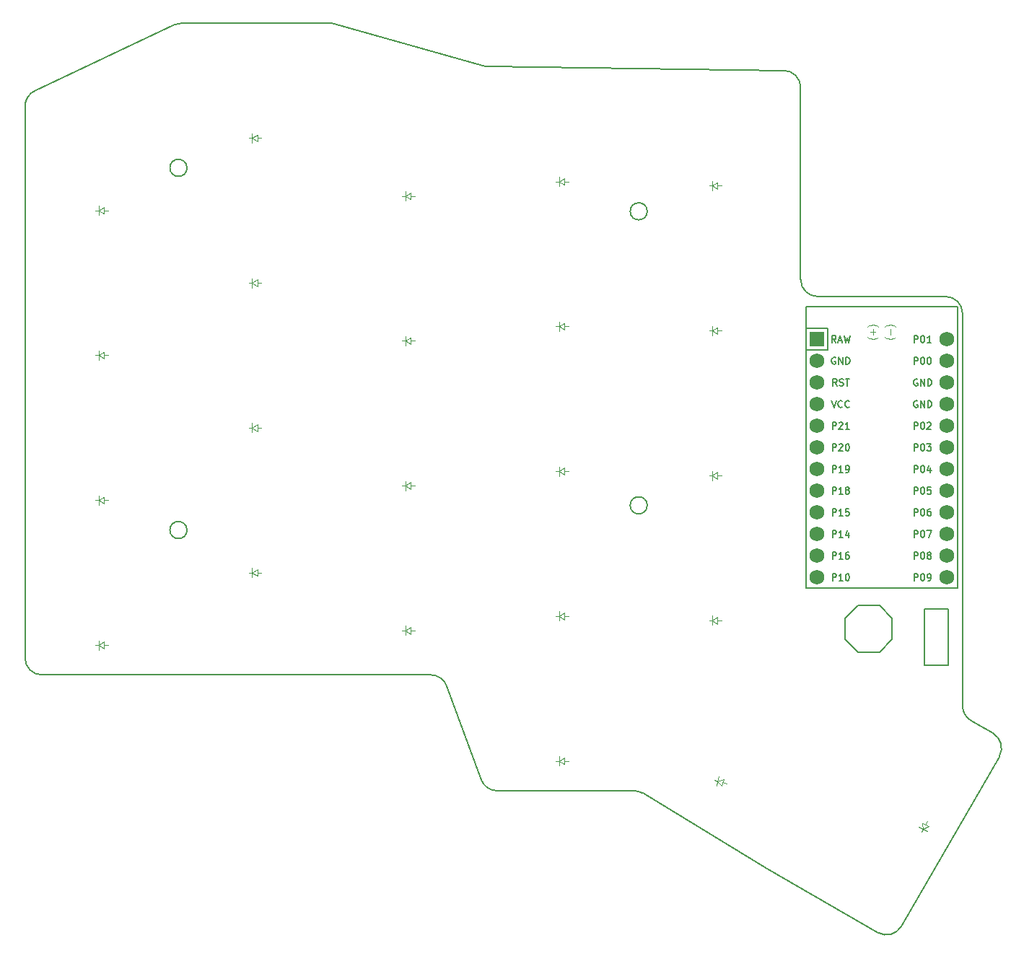
<source format=gbr>
%TF.GenerationSoftware,KiCad,Pcbnew,(6.0.0)*%
%TF.CreationDate,2022-02-05T12:05:09+01:00*%
%TF.ProjectId,samoklava2_pcb,73616d6f-6b6c-4617-9661-325f7063622e,v1.0.0*%
%TF.SameCoordinates,Original*%
%TF.FileFunction,Legend,Top*%
%TF.FilePolarity,Positive*%
%FSLAX46Y46*%
G04 Gerber Fmt 4.6, Leading zero omitted, Abs format (unit mm)*
G04 Created by KiCad (PCBNEW (6.0.0)) date 2022-02-05 12:05:09*
%MOMM*%
%LPD*%
G01*
G04 APERTURE LIST*
%TA.AperFunction,Profile*%
%ADD10C,0.150000*%
%TD*%
%ADD11C,0.150000*%
%ADD12C,0.100000*%
%ADD13R,1.752600X1.752600*%
%ADD14C,1.752600*%
G04 APERTURE END LIST*
D10*
X101000000Y33900000D02*
G75*
G03*
X99000000Y35900000I-1999999J1D01*
G01*
X101000000Y-12141090D02*
G75*
G03*
X102000000Y-13873141I2000000J0D01*
G01*
X-9000000Y-6500000D02*
G75*
G03*
X-7000000Y-8500000I1999999J-1D01*
G01*
X-9000000Y58232663D02*
X-9000000Y-6500000D01*
X8594465Y67808497D02*
X-7854013Y60041161D01*
X44745899Y62971995D02*
X27267341Y67924253D01*
X46395588Y-22100000D02*
X62441218Y-22100000D01*
X80027025Y62426662D02*
X45264080Y62896431D01*
X40481569Y-9809869D02*
X44518431Y-20790131D01*
X78060291Y-31227935D02*
G75*
G03*
X78096935Y-31249615I1031524J1701695D01*
G01*
X-7000000Y-8500000D02*
X38604412Y-8500000D01*
X27267341Y67924253D02*
G75*
G03*
X26722136Y68000000I-545201J-1924212D01*
G01*
X78096934Y-31249614D02*
X91068878Y-38738969D01*
X26722135Y68000000D02*
X9448477Y68000000D01*
X44518431Y-20790131D02*
G75*
G03*
X46395588Y-22100000I1877157J690130D01*
G01*
X10000000Y8500000D02*
G75*
G03*
X10000000Y8500000I-1000000J0D01*
G01*
X63477862Y-22389629D02*
X78060291Y-31227935D01*
X64000000Y11400000D02*
G75*
G03*
X64000000Y11400000I-1000000J0D01*
G01*
X40481569Y-9809869D02*
G75*
G03*
X38604412Y-8500000I-1877157J-690130D01*
G01*
X99000000Y35900000D02*
X84000000Y35900000D01*
X101000000Y-12141090D02*
X101000000Y33900000D01*
X9448477Y68000000D02*
G75*
G03*
X8594464Y67808497I2J-2000006D01*
G01*
X82000000Y37900000D02*
X82000000Y60426844D01*
X10000000Y51000000D02*
G75*
G03*
X10000000Y51000000I-1000000J0D01*
G01*
X-7854013Y60041161D02*
G75*
G03*
X-9000001Y58232663I854012J-1808497D01*
G01*
X93800928Y-38006919D02*
X105300929Y-18088334D01*
X63477862Y-22389629D02*
G75*
G03*
X62441218Y-22100000I-1036646J-1710378D01*
G01*
X64000000Y45900000D02*
G75*
G03*
X64000000Y45900000I-1000000J0D01*
G01*
X105300929Y-18088334D02*
G75*
G03*
X104568878Y-15356283I-1732051J1000000D01*
G01*
X102000000Y-13873141D02*
X104568878Y-15356284D01*
X44745899Y62971995D02*
G75*
G03*
X45264080Y62896431I545202J1924232D01*
G01*
X82000001Y60426844D02*
G75*
G03*
X80027025Y62426661I-2000001J-1D01*
G01*
X91068878Y-38738969D02*
G75*
G03*
X93800928Y-38006919I1000000J1732050D01*
G01*
X82000000Y37900000D02*
G75*
G03*
X84000000Y35900000I1999999J-1D01*
G01*
D11*
%TO.C,MCU1*%
X85728571Y12728095D02*
X85728571Y13528095D01*
X86033333Y13528095D01*
X86109523Y13490000D01*
X86147619Y13451904D01*
X86185714Y13375714D01*
X86185714Y13261428D01*
X86147619Y13185238D01*
X86109523Y13147142D01*
X86033333Y13109047D01*
X85728571Y13109047D01*
X86947619Y12728095D02*
X86490476Y12728095D01*
X86719047Y12728095D02*
X86719047Y13528095D01*
X86642857Y13413809D01*
X86566666Y13337619D01*
X86490476Y13299523D01*
X87404761Y13185238D02*
X87328571Y13223333D01*
X87290476Y13261428D01*
X87252380Y13337619D01*
X87252380Y13375714D01*
X87290476Y13451904D01*
X87328571Y13490000D01*
X87404761Y13528095D01*
X87557142Y13528095D01*
X87633333Y13490000D01*
X87671428Y13451904D01*
X87709523Y13375714D01*
X87709523Y13337619D01*
X87671428Y13261428D01*
X87633333Y13223333D01*
X87557142Y13185238D01*
X87404761Y13185238D01*
X87328571Y13147142D01*
X87290476Y13109047D01*
X87252380Y13032857D01*
X87252380Y12880476D01*
X87290476Y12804285D01*
X87328571Y12766190D01*
X87404761Y12728095D01*
X87557142Y12728095D01*
X87633333Y12766190D01*
X87671428Y12804285D01*
X87709523Y12880476D01*
X87709523Y13032857D01*
X87671428Y13109047D01*
X87633333Y13147142D01*
X87557142Y13185238D01*
X85728571Y15268095D02*
X85728571Y16068095D01*
X86033333Y16068095D01*
X86109523Y16030000D01*
X86147619Y15991904D01*
X86185714Y15915714D01*
X86185714Y15801428D01*
X86147619Y15725238D01*
X86109523Y15687142D01*
X86033333Y15649047D01*
X85728571Y15649047D01*
X86947619Y15268095D02*
X86490476Y15268095D01*
X86719047Y15268095D02*
X86719047Y16068095D01*
X86642857Y15953809D01*
X86566666Y15877619D01*
X86490476Y15839523D01*
X87328571Y15268095D02*
X87480952Y15268095D01*
X87557142Y15306190D01*
X87595238Y15344285D01*
X87671428Y15458571D01*
X87709523Y15610952D01*
X87709523Y15915714D01*
X87671428Y15991904D01*
X87633333Y16030000D01*
X87557142Y16068095D01*
X87404761Y16068095D01*
X87328571Y16030000D01*
X87290476Y15991904D01*
X87252380Y15915714D01*
X87252380Y15725238D01*
X87290476Y15649047D01*
X87328571Y15610952D01*
X87404761Y15572857D01*
X87557142Y15572857D01*
X87633333Y15610952D01*
X87671428Y15649047D01*
X87709523Y15725238D01*
X85728571Y2568095D02*
X85728571Y3368095D01*
X86033333Y3368095D01*
X86109523Y3330000D01*
X86147619Y3291904D01*
X86185714Y3215714D01*
X86185714Y3101428D01*
X86147619Y3025238D01*
X86109523Y2987142D01*
X86033333Y2949047D01*
X85728571Y2949047D01*
X86947619Y2568095D02*
X86490476Y2568095D01*
X86719047Y2568095D02*
X86719047Y3368095D01*
X86642857Y3253809D01*
X86566666Y3177619D01*
X86490476Y3139523D01*
X87442857Y3368095D02*
X87519047Y3368095D01*
X87595238Y3330000D01*
X87633333Y3291904D01*
X87671428Y3215714D01*
X87709523Y3063333D01*
X87709523Y2872857D01*
X87671428Y2720476D01*
X87633333Y2644285D01*
X87595238Y2606190D01*
X87519047Y2568095D01*
X87442857Y2568095D01*
X87366666Y2606190D01*
X87328571Y2644285D01*
X87290476Y2720476D01*
X87252380Y2872857D01*
X87252380Y3063333D01*
X87290476Y3215714D01*
X87328571Y3291904D01*
X87366666Y3330000D01*
X87442857Y3368095D01*
X95328571Y17808095D02*
X95328571Y18608095D01*
X95633333Y18608095D01*
X95709523Y18570000D01*
X95747619Y18531904D01*
X95785714Y18455714D01*
X95785714Y18341428D01*
X95747619Y18265238D01*
X95709523Y18227142D01*
X95633333Y18189047D01*
X95328571Y18189047D01*
X96280952Y18608095D02*
X96357142Y18608095D01*
X96433333Y18570000D01*
X96471428Y18531904D01*
X96509523Y18455714D01*
X96547619Y18303333D01*
X96547619Y18112857D01*
X96509523Y17960476D01*
X96471428Y17884285D01*
X96433333Y17846190D01*
X96357142Y17808095D01*
X96280952Y17808095D01*
X96204761Y17846190D01*
X96166666Y17884285D01*
X96128571Y17960476D01*
X96090476Y18112857D01*
X96090476Y18303333D01*
X96128571Y18455714D01*
X96166666Y18531904D01*
X96204761Y18570000D01*
X96280952Y18608095D01*
X96814285Y18608095D02*
X97309523Y18608095D01*
X97042857Y18303333D01*
X97157142Y18303333D01*
X97233333Y18265238D01*
X97271428Y18227142D01*
X97309523Y18150952D01*
X97309523Y17960476D01*
X97271428Y17884285D01*
X97233333Y17846190D01*
X97157142Y17808095D01*
X96928571Y17808095D01*
X96852380Y17846190D01*
X96814285Y17884285D01*
X95328571Y10188095D02*
X95328571Y10988095D01*
X95633333Y10988095D01*
X95709523Y10950000D01*
X95747619Y10911904D01*
X95785714Y10835714D01*
X95785714Y10721428D01*
X95747619Y10645238D01*
X95709523Y10607142D01*
X95633333Y10569047D01*
X95328571Y10569047D01*
X96280952Y10988095D02*
X96357142Y10988095D01*
X96433333Y10950000D01*
X96471428Y10911904D01*
X96509523Y10835714D01*
X96547619Y10683333D01*
X96547619Y10492857D01*
X96509523Y10340476D01*
X96471428Y10264285D01*
X96433333Y10226190D01*
X96357142Y10188095D01*
X96280952Y10188095D01*
X96204761Y10226190D01*
X96166666Y10264285D01*
X96128571Y10340476D01*
X96090476Y10492857D01*
X96090476Y10683333D01*
X96128571Y10835714D01*
X96166666Y10911904D01*
X96204761Y10950000D01*
X96280952Y10988095D01*
X97233333Y10988095D02*
X97080952Y10988095D01*
X97004761Y10950000D01*
X96966666Y10911904D01*
X96890476Y10797619D01*
X96852380Y10645238D01*
X96852380Y10340476D01*
X96890476Y10264285D01*
X96928571Y10226190D01*
X97004761Y10188095D01*
X97157142Y10188095D01*
X97233333Y10226190D01*
X97271428Y10264285D01*
X97309523Y10340476D01*
X97309523Y10530952D01*
X97271428Y10607142D01*
X97233333Y10645238D01*
X97157142Y10683333D01*
X97004761Y10683333D01*
X96928571Y10645238D01*
X96890476Y10607142D01*
X96852380Y10530952D01*
X85728571Y7648095D02*
X85728571Y8448095D01*
X86033333Y8448095D01*
X86109523Y8410000D01*
X86147619Y8371904D01*
X86185714Y8295714D01*
X86185714Y8181428D01*
X86147619Y8105238D01*
X86109523Y8067142D01*
X86033333Y8029047D01*
X85728571Y8029047D01*
X86947619Y7648095D02*
X86490476Y7648095D01*
X86719047Y7648095D02*
X86719047Y8448095D01*
X86642857Y8333809D01*
X86566666Y8257619D01*
X86490476Y8219523D01*
X87633333Y8181428D02*
X87633333Y7648095D01*
X87442857Y8486190D02*
X87252380Y7914761D01*
X87747619Y7914761D01*
X95328571Y30508095D02*
X95328571Y31308095D01*
X95633333Y31308095D01*
X95709523Y31270000D01*
X95747619Y31231904D01*
X95785714Y31155714D01*
X95785714Y31041428D01*
X95747619Y30965238D01*
X95709523Y30927142D01*
X95633333Y30889047D01*
X95328571Y30889047D01*
X96280952Y31308095D02*
X96357142Y31308095D01*
X96433333Y31270000D01*
X96471428Y31231904D01*
X96509523Y31155714D01*
X96547619Y31003333D01*
X96547619Y30812857D01*
X96509523Y30660476D01*
X96471428Y30584285D01*
X96433333Y30546190D01*
X96357142Y30508095D01*
X96280952Y30508095D01*
X96204761Y30546190D01*
X96166666Y30584285D01*
X96128571Y30660476D01*
X96090476Y30812857D01*
X96090476Y31003333D01*
X96128571Y31155714D01*
X96166666Y31231904D01*
X96204761Y31270000D01*
X96280952Y31308095D01*
X97309523Y30508095D02*
X96852380Y30508095D01*
X97080952Y30508095D02*
X97080952Y31308095D01*
X97004761Y31193809D01*
X96928571Y31117619D01*
X96852380Y31079523D01*
X85728571Y20348095D02*
X85728571Y21148095D01*
X86033333Y21148095D01*
X86109523Y21110000D01*
X86147619Y21071904D01*
X86185714Y20995714D01*
X86185714Y20881428D01*
X86147619Y20805238D01*
X86109523Y20767142D01*
X86033333Y20729047D01*
X85728571Y20729047D01*
X86490476Y21071904D02*
X86528571Y21110000D01*
X86604761Y21148095D01*
X86795238Y21148095D01*
X86871428Y21110000D01*
X86909523Y21071904D01*
X86947619Y20995714D01*
X86947619Y20919523D01*
X86909523Y20805238D01*
X86452380Y20348095D01*
X86947619Y20348095D01*
X87709523Y20348095D02*
X87252380Y20348095D01*
X87480952Y20348095D02*
X87480952Y21148095D01*
X87404761Y21033809D01*
X87328571Y20957619D01*
X87252380Y20919523D01*
X86147619Y30508095D02*
X85880952Y30889047D01*
X85690476Y30508095D02*
X85690476Y31308095D01*
X85995238Y31308095D01*
X86071428Y31270000D01*
X86109523Y31231904D01*
X86147619Y31155714D01*
X86147619Y31041428D01*
X86109523Y30965238D01*
X86071428Y30927142D01*
X85995238Y30889047D01*
X85690476Y30889047D01*
X86452380Y30736666D02*
X86833333Y30736666D01*
X86376190Y30508095D02*
X86642857Y31308095D01*
X86909523Y30508095D01*
X87100000Y31308095D02*
X87290476Y30508095D01*
X87442857Y31079523D01*
X87595238Y30508095D01*
X87785714Y31308095D01*
X95690476Y23650000D02*
X95614285Y23688095D01*
X95500000Y23688095D01*
X95385714Y23650000D01*
X95309523Y23573809D01*
X95271428Y23497619D01*
X95233333Y23345238D01*
X95233333Y23230952D01*
X95271428Y23078571D01*
X95309523Y23002380D01*
X95385714Y22926190D01*
X95500000Y22888095D01*
X95576190Y22888095D01*
X95690476Y22926190D01*
X95728571Y22964285D01*
X95728571Y23230952D01*
X95576190Y23230952D01*
X96071428Y22888095D02*
X96071428Y23688095D01*
X96528571Y22888095D01*
X96528571Y23688095D01*
X96909523Y22888095D02*
X96909523Y23688095D01*
X97100000Y23688095D01*
X97214285Y23650000D01*
X97290476Y23573809D01*
X97328571Y23497619D01*
X97366666Y23345238D01*
X97366666Y23230952D01*
X97328571Y23078571D01*
X97290476Y23002380D01*
X97214285Y22926190D01*
X97100000Y22888095D01*
X96909523Y22888095D01*
X95690476Y26190000D02*
X95614285Y26228095D01*
X95500000Y26228095D01*
X95385714Y26190000D01*
X95309523Y26113809D01*
X95271428Y26037619D01*
X95233333Y25885238D01*
X95233333Y25770952D01*
X95271428Y25618571D01*
X95309523Y25542380D01*
X95385714Y25466190D01*
X95500000Y25428095D01*
X95576190Y25428095D01*
X95690476Y25466190D01*
X95728571Y25504285D01*
X95728571Y25770952D01*
X95576190Y25770952D01*
X96071428Y25428095D02*
X96071428Y26228095D01*
X96528571Y25428095D01*
X96528571Y26228095D01*
X96909523Y25428095D02*
X96909523Y26228095D01*
X97100000Y26228095D01*
X97214285Y26190000D01*
X97290476Y26113809D01*
X97328571Y26037619D01*
X97366666Y25885238D01*
X97366666Y25770952D01*
X97328571Y25618571D01*
X97290476Y25542380D01*
X97214285Y25466190D01*
X97100000Y25428095D01*
X96909523Y25428095D01*
X85728571Y5108095D02*
X85728571Y5908095D01*
X86033333Y5908095D01*
X86109523Y5870000D01*
X86147619Y5831904D01*
X86185714Y5755714D01*
X86185714Y5641428D01*
X86147619Y5565238D01*
X86109523Y5527142D01*
X86033333Y5489047D01*
X85728571Y5489047D01*
X86947619Y5108095D02*
X86490476Y5108095D01*
X86719047Y5108095D02*
X86719047Y5908095D01*
X86642857Y5793809D01*
X86566666Y5717619D01*
X86490476Y5679523D01*
X87633333Y5908095D02*
X87480952Y5908095D01*
X87404761Y5870000D01*
X87366666Y5831904D01*
X87290476Y5717619D01*
X87252380Y5565238D01*
X87252380Y5260476D01*
X87290476Y5184285D01*
X87328571Y5146190D01*
X87404761Y5108095D01*
X87557142Y5108095D01*
X87633333Y5146190D01*
X87671428Y5184285D01*
X87709523Y5260476D01*
X87709523Y5450952D01*
X87671428Y5527142D01*
X87633333Y5565238D01*
X87557142Y5603333D01*
X87404761Y5603333D01*
X87328571Y5565238D01*
X87290476Y5527142D01*
X87252380Y5450952D01*
X86090476Y28730000D02*
X86014285Y28768095D01*
X85900000Y28768095D01*
X85785714Y28730000D01*
X85709523Y28653809D01*
X85671428Y28577619D01*
X85633333Y28425238D01*
X85633333Y28310952D01*
X85671428Y28158571D01*
X85709523Y28082380D01*
X85785714Y28006190D01*
X85900000Y27968095D01*
X85976190Y27968095D01*
X86090476Y28006190D01*
X86128571Y28044285D01*
X86128571Y28310952D01*
X85976190Y28310952D01*
X86471428Y27968095D02*
X86471428Y28768095D01*
X86928571Y27968095D01*
X86928571Y28768095D01*
X87309523Y27968095D02*
X87309523Y28768095D01*
X87500000Y28768095D01*
X87614285Y28730000D01*
X87690476Y28653809D01*
X87728571Y28577619D01*
X87766666Y28425238D01*
X87766666Y28310952D01*
X87728571Y28158571D01*
X87690476Y28082380D01*
X87614285Y28006190D01*
X87500000Y27968095D01*
X87309523Y27968095D01*
X85633333Y23688095D02*
X85900000Y22888095D01*
X86166666Y23688095D01*
X86890476Y22964285D02*
X86852380Y22926190D01*
X86738095Y22888095D01*
X86661904Y22888095D01*
X86547619Y22926190D01*
X86471428Y23002380D01*
X86433333Y23078571D01*
X86395238Y23230952D01*
X86395238Y23345238D01*
X86433333Y23497619D01*
X86471428Y23573809D01*
X86547619Y23650000D01*
X86661904Y23688095D01*
X86738095Y23688095D01*
X86852380Y23650000D01*
X86890476Y23611904D01*
X87690476Y22964285D02*
X87652380Y22926190D01*
X87538095Y22888095D01*
X87461904Y22888095D01*
X87347619Y22926190D01*
X87271428Y23002380D01*
X87233333Y23078571D01*
X87195238Y23230952D01*
X87195238Y23345238D01*
X87233333Y23497619D01*
X87271428Y23573809D01*
X87347619Y23650000D01*
X87461904Y23688095D01*
X87538095Y23688095D01*
X87652380Y23650000D01*
X87690476Y23611904D01*
X95328571Y5108095D02*
X95328571Y5908095D01*
X95633333Y5908095D01*
X95709523Y5870000D01*
X95747619Y5831904D01*
X95785714Y5755714D01*
X95785714Y5641428D01*
X95747619Y5565238D01*
X95709523Y5527142D01*
X95633333Y5489047D01*
X95328571Y5489047D01*
X96280952Y5908095D02*
X96357142Y5908095D01*
X96433333Y5870000D01*
X96471428Y5831904D01*
X96509523Y5755714D01*
X96547619Y5603333D01*
X96547619Y5412857D01*
X96509523Y5260476D01*
X96471428Y5184285D01*
X96433333Y5146190D01*
X96357142Y5108095D01*
X96280952Y5108095D01*
X96204761Y5146190D01*
X96166666Y5184285D01*
X96128571Y5260476D01*
X96090476Y5412857D01*
X96090476Y5603333D01*
X96128571Y5755714D01*
X96166666Y5831904D01*
X96204761Y5870000D01*
X96280952Y5908095D01*
X97004761Y5565238D02*
X96928571Y5603333D01*
X96890476Y5641428D01*
X96852380Y5717619D01*
X96852380Y5755714D01*
X96890476Y5831904D01*
X96928571Y5870000D01*
X97004761Y5908095D01*
X97157142Y5908095D01*
X97233333Y5870000D01*
X97271428Y5831904D01*
X97309523Y5755714D01*
X97309523Y5717619D01*
X97271428Y5641428D01*
X97233333Y5603333D01*
X97157142Y5565238D01*
X97004761Y5565238D01*
X96928571Y5527142D01*
X96890476Y5489047D01*
X96852380Y5412857D01*
X96852380Y5260476D01*
X96890476Y5184285D01*
X96928571Y5146190D01*
X97004761Y5108095D01*
X97157142Y5108095D01*
X97233333Y5146190D01*
X97271428Y5184285D01*
X97309523Y5260476D01*
X97309523Y5412857D01*
X97271428Y5489047D01*
X97233333Y5527142D01*
X97157142Y5565238D01*
X95328571Y20348095D02*
X95328571Y21148095D01*
X95633333Y21148095D01*
X95709523Y21110000D01*
X95747619Y21071904D01*
X95785714Y20995714D01*
X95785714Y20881428D01*
X95747619Y20805238D01*
X95709523Y20767142D01*
X95633333Y20729047D01*
X95328571Y20729047D01*
X96280952Y21148095D02*
X96357142Y21148095D01*
X96433333Y21110000D01*
X96471428Y21071904D01*
X96509523Y20995714D01*
X96547619Y20843333D01*
X96547619Y20652857D01*
X96509523Y20500476D01*
X96471428Y20424285D01*
X96433333Y20386190D01*
X96357142Y20348095D01*
X96280952Y20348095D01*
X96204761Y20386190D01*
X96166666Y20424285D01*
X96128571Y20500476D01*
X96090476Y20652857D01*
X96090476Y20843333D01*
X96128571Y20995714D01*
X96166666Y21071904D01*
X96204761Y21110000D01*
X96280952Y21148095D01*
X96852380Y21071904D02*
X96890476Y21110000D01*
X96966666Y21148095D01*
X97157142Y21148095D01*
X97233333Y21110000D01*
X97271428Y21071904D01*
X97309523Y20995714D01*
X97309523Y20919523D01*
X97271428Y20805238D01*
X96814285Y20348095D01*
X97309523Y20348095D01*
X95328571Y12728095D02*
X95328571Y13528095D01*
X95633333Y13528095D01*
X95709523Y13490000D01*
X95747619Y13451904D01*
X95785714Y13375714D01*
X95785714Y13261428D01*
X95747619Y13185238D01*
X95709523Y13147142D01*
X95633333Y13109047D01*
X95328571Y13109047D01*
X96280952Y13528095D02*
X96357142Y13528095D01*
X96433333Y13490000D01*
X96471428Y13451904D01*
X96509523Y13375714D01*
X96547619Y13223333D01*
X96547619Y13032857D01*
X96509523Y12880476D01*
X96471428Y12804285D01*
X96433333Y12766190D01*
X96357142Y12728095D01*
X96280952Y12728095D01*
X96204761Y12766190D01*
X96166666Y12804285D01*
X96128571Y12880476D01*
X96090476Y13032857D01*
X96090476Y13223333D01*
X96128571Y13375714D01*
X96166666Y13451904D01*
X96204761Y13490000D01*
X96280952Y13528095D01*
X97271428Y13528095D02*
X96890476Y13528095D01*
X96852380Y13147142D01*
X96890476Y13185238D01*
X96966666Y13223333D01*
X97157142Y13223333D01*
X97233333Y13185238D01*
X97271428Y13147142D01*
X97309523Y13070952D01*
X97309523Y12880476D01*
X97271428Y12804285D01*
X97233333Y12766190D01*
X97157142Y12728095D01*
X96966666Y12728095D01*
X96890476Y12766190D01*
X96852380Y12804285D01*
X95328571Y7648095D02*
X95328571Y8448095D01*
X95633333Y8448095D01*
X95709523Y8410000D01*
X95747619Y8371904D01*
X95785714Y8295714D01*
X95785714Y8181428D01*
X95747619Y8105238D01*
X95709523Y8067142D01*
X95633333Y8029047D01*
X95328571Y8029047D01*
X96280952Y8448095D02*
X96357142Y8448095D01*
X96433333Y8410000D01*
X96471428Y8371904D01*
X96509523Y8295714D01*
X96547619Y8143333D01*
X96547619Y7952857D01*
X96509523Y7800476D01*
X96471428Y7724285D01*
X96433333Y7686190D01*
X96357142Y7648095D01*
X96280952Y7648095D01*
X96204761Y7686190D01*
X96166666Y7724285D01*
X96128571Y7800476D01*
X96090476Y7952857D01*
X96090476Y8143333D01*
X96128571Y8295714D01*
X96166666Y8371904D01*
X96204761Y8410000D01*
X96280952Y8448095D01*
X96814285Y8448095D02*
X97347619Y8448095D01*
X97004761Y7648095D01*
X86261904Y25428095D02*
X85995238Y25809047D01*
X85804761Y25428095D02*
X85804761Y26228095D01*
X86109523Y26228095D01*
X86185714Y26190000D01*
X86223809Y26151904D01*
X86261904Y26075714D01*
X86261904Y25961428D01*
X86223809Y25885238D01*
X86185714Y25847142D01*
X86109523Y25809047D01*
X85804761Y25809047D01*
X86566666Y25466190D02*
X86680952Y25428095D01*
X86871428Y25428095D01*
X86947619Y25466190D01*
X86985714Y25504285D01*
X87023809Y25580476D01*
X87023809Y25656666D01*
X86985714Y25732857D01*
X86947619Y25770952D01*
X86871428Y25809047D01*
X86719047Y25847142D01*
X86642857Y25885238D01*
X86604761Y25923333D01*
X86566666Y25999523D01*
X86566666Y26075714D01*
X86604761Y26151904D01*
X86642857Y26190000D01*
X86719047Y26228095D01*
X86909523Y26228095D01*
X87023809Y26190000D01*
X87252380Y26228095D02*
X87709523Y26228095D01*
X87480952Y25428095D02*
X87480952Y26228095D01*
X85728571Y10188095D02*
X85728571Y10988095D01*
X86033333Y10988095D01*
X86109523Y10950000D01*
X86147619Y10911904D01*
X86185714Y10835714D01*
X86185714Y10721428D01*
X86147619Y10645238D01*
X86109523Y10607142D01*
X86033333Y10569047D01*
X85728571Y10569047D01*
X86947619Y10188095D02*
X86490476Y10188095D01*
X86719047Y10188095D02*
X86719047Y10988095D01*
X86642857Y10873809D01*
X86566666Y10797619D01*
X86490476Y10759523D01*
X87671428Y10988095D02*
X87290476Y10988095D01*
X87252380Y10607142D01*
X87290476Y10645238D01*
X87366666Y10683333D01*
X87557142Y10683333D01*
X87633333Y10645238D01*
X87671428Y10607142D01*
X87709523Y10530952D01*
X87709523Y10340476D01*
X87671428Y10264285D01*
X87633333Y10226190D01*
X87557142Y10188095D01*
X87366666Y10188095D01*
X87290476Y10226190D01*
X87252380Y10264285D01*
X95328571Y2568095D02*
X95328571Y3368095D01*
X95633333Y3368095D01*
X95709523Y3330000D01*
X95747619Y3291904D01*
X95785714Y3215714D01*
X95785714Y3101428D01*
X95747619Y3025238D01*
X95709523Y2987142D01*
X95633333Y2949047D01*
X95328571Y2949047D01*
X96280952Y3368095D02*
X96357142Y3368095D01*
X96433333Y3330000D01*
X96471428Y3291904D01*
X96509523Y3215714D01*
X96547619Y3063333D01*
X96547619Y2872857D01*
X96509523Y2720476D01*
X96471428Y2644285D01*
X96433333Y2606190D01*
X96357142Y2568095D01*
X96280952Y2568095D01*
X96204761Y2606190D01*
X96166666Y2644285D01*
X96128571Y2720476D01*
X96090476Y2872857D01*
X96090476Y3063333D01*
X96128571Y3215714D01*
X96166666Y3291904D01*
X96204761Y3330000D01*
X96280952Y3368095D01*
X96928571Y2568095D02*
X97080952Y2568095D01*
X97157142Y2606190D01*
X97195238Y2644285D01*
X97271428Y2758571D01*
X97309523Y2910952D01*
X97309523Y3215714D01*
X97271428Y3291904D01*
X97233333Y3330000D01*
X97157142Y3368095D01*
X97004761Y3368095D01*
X96928571Y3330000D01*
X96890476Y3291904D01*
X96852380Y3215714D01*
X96852380Y3025238D01*
X96890476Y2949047D01*
X96928571Y2910952D01*
X97004761Y2872857D01*
X97157142Y2872857D01*
X97233333Y2910952D01*
X97271428Y2949047D01*
X97309523Y3025238D01*
X95328571Y15268095D02*
X95328571Y16068095D01*
X95633333Y16068095D01*
X95709523Y16030000D01*
X95747619Y15991904D01*
X95785714Y15915714D01*
X95785714Y15801428D01*
X95747619Y15725238D01*
X95709523Y15687142D01*
X95633333Y15649047D01*
X95328571Y15649047D01*
X96280952Y16068095D02*
X96357142Y16068095D01*
X96433333Y16030000D01*
X96471428Y15991904D01*
X96509523Y15915714D01*
X96547619Y15763333D01*
X96547619Y15572857D01*
X96509523Y15420476D01*
X96471428Y15344285D01*
X96433333Y15306190D01*
X96357142Y15268095D01*
X96280952Y15268095D01*
X96204761Y15306190D01*
X96166666Y15344285D01*
X96128571Y15420476D01*
X96090476Y15572857D01*
X96090476Y15763333D01*
X96128571Y15915714D01*
X96166666Y15991904D01*
X96204761Y16030000D01*
X96280952Y16068095D01*
X97233333Y15801428D02*
X97233333Y15268095D01*
X97042857Y16106190D02*
X96852380Y15534761D01*
X97347619Y15534761D01*
X95328571Y27968095D02*
X95328571Y28768095D01*
X95633333Y28768095D01*
X95709523Y28730000D01*
X95747619Y28691904D01*
X95785714Y28615714D01*
X95785714Y28501428D01*
X95747619Y28425238D01*
X95709523Y28387142D01*
X95633333Y28349047D01*
X95328571Y28349047D01*
X96280952Y28768095D02*
X96357142Y28768095D01*
X96433333Y28730000D01*
X96471428Y28691904D01*
X96509523Y28615714D01*
X96547619Y28463333D01*
X96547619Y28272857D01*
X96509523Y28120476D01*
X96471428Y28044285D01*
X96433333Y28006190D01*
X96357142Y27968095D01*
X96280952Y27968095D01*
X96204761Y28006190D01*
X96166666Y28044285D01*
X96128571Y28120476D01*
X96090476Y28272857D01*
X96090476Y28463333D01*
X96128571Y28615714D01*
X96166666Y28691904D01*
X96204761Y28730000D01*
X96280952Y28768095D01*
X97042857Y28768095D02*
X97119047Y28768095D01*
X97195238Y28730000D01*
X97233333Y28691904D01*
X97271428Y28615714D01*
X97309523Y28463333D01*
X97309523Y28272857D01*
X97271428Y28120476D01*
X97233333Y28044285D01*
X97195238Y28006190D01*
X97119047Y27968095D01*
X97042857Y27968095D01*
X96966666Y28006190D01*
X96928571Y28044285D01*
X96890476Y28120476D01*
X96852380Y28272857D01*
X96852380Y28463333D01*
X96890476Y28615714D01*
X96928571Y28691904D01*
X96966666Y28730000D01*
X97042857Y28768095D01*
X85728571Y17808095D02*
X85728571Y18608095D01*
X86033333Y18608095D01*
X86109523Y18570000D01*
X86147619Y18531904D01*
X86185714Y18455714D01*
X86185714Y18341428D01*
X86147619Y18265238D01*
X86109523Y18227142D01*
X86033333Y18189047D01*
X85728571Y18189047D01*
X86490476Y18531904D02*
X86528571Y18570000D01*
X86604761Y18608095D01*
X86795238Y18608095D01*
X86871428Y18570000D01*
X86909523Y18531904D01*
X86947619Y18455714D01*
X86947619Y18379523D01*
X86909523Y18265238D01*
X86452380Y17808095D01*
X86947619Y17808095D01*
X87442857Y18608095D02*
X87519047Y18608095D01*
X87595238Y18570000D01*
X87633333Y18531904D01*
X87671428Y18455714D01*
X87709523Y18303333D01*
X87709523Y18112857D01*
X87671428Y17960476D01*
X87633333Y17884285D01*
X87595238Y17846190D01*
X87519047Y17808095D01*
X87442857Y17808095D01*
X87366666Y17846190D01*
X87328571Y17884285D01*
X87290476Y17960476D01*
X87252380Y18112857D01*
X87252380Y18303333D01*
X87290476Y18455714D01*
X87328571Y18531904D01*
X87366666Y18570000D01*
X87442857Y18608095D01*
D12*
%TO.C,BT1*%
X93122666Y31140476D02*
X93084571Y31102380D01*
X92970285Y31026190D01*
X92894095Y30988095D01*
X92779809Y30950000D01*
X92589333Y30911904D01*
X92436952Y30911904D01*
X92246476Y30950000D01*
X92132190Y30988095D01*
X92056000Y31026190D01*
X91941714Y31102380D01*
X91903619Y31140476D01*
X92513142Y31445238D02*
X92513142Y32054761D01*
X93122666Y32359523D02*
X93084571Y32397619D01*
X92970285Y32473809D01*
X92894095Y32511904D01*
X92779809Y32550000D01*
X92589333Y32588095D01*
X92436952Y32588095D01*
X92246476Y32550000D01*
X92132190Y32511904D01*
X92056000Y32473809D01*
X91941714Y32397619D01*
X91903619Y32359523D01*
X91090666Y31140476D02*
X91052571Y31102380D01*
X90938285Y31026190D01*
X90862095Y30988095D01*
X90747809Y30950000D01*
X90557333Y30911904D01*
X90404952Y30911904D01*
X90214476Y30950000D01*
X90100190Y30988095D01*
X90024000Y31026190D01*
X89909714Y31102380D01*
X89871619Y31140476D01*
X90481142Y31445238D02*
X90481142Y32054761D01*
X90785904Y31750000D02*
X90176380Y31750000D01*
X91090666Y32359523D02*
X91052571Y32397619D01*
X90938285Y32473809D01*
X90862095Y32511904D01*
X90747809Y32550000D01*
X90557333Y32588095D01*
X90404952Y32588095D01*
X90214476Y32550000D01*
X90100190Y32511904D01*
X90024000Y32473809D01*
X89909714Y32397619D01*
X89871619Y32359523D01*
D11*
%TO.C,T1*%
X96500000Y-7400000D02*
X99350000Y-7400000D01*
X99350000Y-6050000D02*
X99350000Y-2150000D01*
X99350000Y-800000D02*
X96500000Y-800000D01*
X99350000Y-4100000D02*
X99350000Y-800000D01*
X99350000Y-4100000D02*
X99350000Y-7400000D01*
X96500000Y-800000D02*
X96500000Y-7400000D01*
%TO.C,B1*%
X87250000Y-1850000D02*
X87250000Y-4350000D01*
X88750000Y-350000D02*
X91250000Y-350000D01*
X87250000Y-1850000D02*
X88750000Y-350000D01*
X87250000Y-4350000D02*
X88750000Y-5850000D01*
X92750000Y-1850000D02*
X91250000Y-350000D01*
X88750000Y-5850000D02*
X91250000Y-5850000D01*
X92750000Y-4350000D02*
X91250000Y-5850000D01*
X92750000Y-1850000D02*
X92750000Y-4350000D01*
D12*
%TO.C,D22*%
X72261125Y-20958044D02*
X72944208Y-20726965D01*
X71874755Y-20854517D02*
X72261125Y-20958044D01*
X72261125Y-20958044D02*
X72118774Y-21489304D01*
X72737153Y-21499706D02*
X72261125Y-20958044D01*
X72840680Y-21113336D02*
X73323643Y-21242745D01*
X72261125Y-20958044D02*
X72403475Y-20426785D01*
X72944208Y-20726965D02*
X72737153Y-21499706D01*
%TO.C,D15*%
X54250000Y32800000D02*
X54250000Y32000000D01*
X53650000Y32400000D02*
X53650000Y32950000D01*
X53650000Y32400000D02*
X53650000Y31850000D01*
X54250000Y32000000D02*
X53650000Y32400000D01*
X53650000Y32400000D02*
X54250000Y32800000D01*
X54250000Y32400000D02*
X54750000Y32400000D01*
X53250000Y32400000D02*
X53650000Y32400000D01*
%TO.C,D6*%
X18250000Y20900000D02*
X18250000Y20100000D01*
X17250000Y20500000D02*
X17650000Y20500000D01*
X18250000Y20500000D02*
X18750000Y20500000D01*
X18250000Y20100000D02*
X17650000Y20500000D01*
X17650000Y20500000D02*
X18250000Y20900000D01*
X17650000Y20500000D02*
X17650000Y19950000D01*
X17650000Y20500000D02*
X17650000Y21050000D01*
D11*
%TO.C,MCU1*%
X85150000Y29600000D02*
X82610000Y29600000D01*
X100390000Y1660000D02*
X100390000Y34680000D01*
X100390000Y34680000D02*
X82610000Y34680000D01*
X82610000Y1660000D02*
X100390000Y1660000D01*
X85150000Y32140000D02*
X82610000Y32140000D01*
X82610000Y34680000D02*
X82610000Y1660000D01*
X85150000Y32140000D02*
X85150000Y29600000D01*
D12*
%TO.C,D10*%
X36250000Y14100000D02*
X36250000Y13300000D01*
X35650000Y13700000D02*
X35650000Y13150000D01*
X35650000Y13700000D02*
X35650000Y14250000D01*
X36250000Y13700000D02*
X36750000Y13700000D01*
X35650000Y13700000D02*
X36250000Y14100000D01*
X35250000Y13700000D02*
X35650000Y13700000D01*
X36250000Y13300000D02*
X35650000Y13700000D01*
%TO.C,D16*%
X54250000Y49400000D02*
X54750000Y49400000D01*
X53650000Y49400000D02*
X53650000Y49950000D01*
X53250000Y49400000D02*
X53650000Y49400000D01*
X53650000Y49400000D02*
X53650000Y48850000D01*
X53650000Y49400000D02*
X54250000Y49800000D01*
X54250000Y49000000D02*
X53650000Y49400000D01*
X54250000Y49800000D02*
X54250000Y49000000D01*
%TO.C,D11*%
X35650000Y30700000D02*
X35650000Y31250000D01*
X35650000Y30700000D02*
X35650000Y30150000D01*
X36250000Y30300000D02*
X35650000Y30700000D01*
X35250000Y30700000D02*
X35650000Y30700000D01*
X36250000Y30700000D02*
X36750000Y30700000D01*
X35650000Y30700000D02*
X36250000Y31100000D01*
X36250000Y31100000D02*
X36250000Y30300000D01*
%TO.C,D17*%
X71650000Y-2100000D02*
X71650000Y-1550000D01*
X72250000Y-1700000D02*
X72250000Y-2500000D01*
X71250000Y-2100000D02*
X71650000Y-2100000D01*
X71650000Y-2100000D02*
X71650000Y-2650000D01*
X72250000Y-2100000D02*
X72750000Y-2100000D01*
X72250000Y-2500000D02*
X71650000Y-2100000D01*
X71650000Y-2100000D02*
X72250000Y-1700000D01*
%TO.C,D20*%
X71650000Y48900000D02*
X71650000Y49450000D01*
X71250000Y48900000D02*
X71650000Y48900000D01*
X72250000Y48500000D02*
X71650000Y48900000D01*
X71650000Y48900000D02*
X72250000Y49300000D01*
X72250000Y49300000D02*
X72250000Y48500000D01*
X71650000Y48900000D02*
X71650000Y48350000D01*
X72250000Y48900000D02*
X72750000Y48900000D01*
%TO.C,D18*%
X71650000Y14900000D02*
X71650000Y15450000D01*
X72250000Y14900000D02*
X72750000Y14900000D01*
X72250000Y15300000D02*
X72250000Y14500000D01*
X71250000Y14900000D02*
X71650000Y14900000D01*
X71650000Y14900000D02*
X71650000Y14350000D01*
X71650000Y14900000D02*
X72250000Y15300000D01*
X72250000Y14500000D02*
X71650000Y14900000D01*
%TO.C,D7*%
X18250000Y37500000D02*
X18750000Y37500000D01*
X18250000Y37900000D02*
X18250000Y37100000D01*
X17650000Y37500000D02*
X17650000Y38050000D01*
X17250000Y37500000D02*
X17650000Y37500000D01*
X17650000Y37500000D02*
X17650000Y36950000D01*
X17650000Y37500000D02*
X18250000Y37900000D01*
X18250000Y37100000D02*
X17650000Y37500000D01*
%TO.C,D13*%
X53650000Y-1600000D02*
X53650000Y-2150000D01*
X54250000Y-2000000D02*
X53650000Y-1600000D01*
X53650000Y-1600000D02*
X54250000Y-1200000D01*
X53250000Y-1600000D02*
X53650000Y-1600000D01*
X53650000Y-1600000D02*
X53650000Y-1050000D01*
X54250000Y-1200000D02*
X54250000Y-2000000D01*
X54250000Y-1600000D02*
X54750000Y-1600000D01*
%TO.C,D4*%
X250000Y45600000D02*
X-350000Y46000000D01*
X-350000Y46000000D02*
X250000Y46400000D01*
X250000Y46400000D02*
X250000Y45600000D01*
X-350000Y46000000D02*
X-350000Y45450000D01*
X-750000Y46000000D02*
X-350000Y46000000D01*
X250000Y46000000D02*
X750000Y46000000D01*
X-350000Y46000000D02*
X-350000Y46550000D01*
%TO.C,D23*%
X96644840Y-26081121D02*
X96894840Y-25648108D01*
X96344840Y-26600736D02*
X95868526Y-26325736D01*
X96344840Y-26600736D02*
X96821154Y-26875736D01*
X96344840Y-26600736D02*
X96298430Y-25881121D01*
X96298430Y-25881121D02*
X96991250Y-26281121D01*
X96991250Y-26281121D02*
X96344840Y-26600736D01*
X96144840Y-26947146D02*
X96344840Y-26600736D01*
%TO.C,D21*%
X54250000Y-19000000D02*
X53650000Y-18600000D01*
X53650000Y-18600000D02*
X53650000Y-18050000D01*
X53650000Y-18600000D02*
X54250000Y-18200000D01*
X54250000Y-18600000D02*
X54750000Y-18600000D01*
X53650000Y-18600000D02*
X53650000Y-19150000D01*
X54250000Y-18200000D02*
X54250000Y-19000000D01*
X53250000Y-18600000D02*
X53650000Y-18600000D01*
%TO.C,D14*%
X53650000Y15400000D02*
X53650000Y14850000D01*
X53650000Y15400000D02*
X53650000Y15950000D01*
X54250000Y15800000D02*
X54250000Y15000000D01*
X54250000Y15000000D02*
X53650000Y15400000D01*
X53650000Y15400000D02*
X54250000Y15800000D01*
X53250000Y15400000D02*
X53650000Y15400000D01*
X54250000Y15400000D02*
X54750000Y15400000D01*
%TO.C,D9*%
X35650000Y-3300000D02*
X35650000Y-2750000D01*
X35650000Y-3300000D02*
X35650000Y-3850000D01*
X35650000Y-3300000D02*
X36250000Y-2900000D01*
X35250000Y-3300000D02*
X35650000Y-3300000D01*
X36250000Y-2900000D02*
X36250000Y-3700000D01*
X36250000Y-3300000D02*
X36750000Y-3300000D01*
X36250000Y-3700000D02*
X35650000Y-3300000D01*
%TO.C,D12*%
X35650000Y47700000D02*
X36250000Y48100000D01*
X35250000Y47700000D02*
X35650000Y47700000D01*
X36250000Y47300000D02*
X35650000Y47700000D01*
X35650000Y47700000D02*
X35650000Y47150000D01*
X36250000Y48100000D02*
X36250000Y47300000D01*
X35650000Y47700000D02*
X35650000Y48250000D01*
X36250000Y47700000D02*
X36750000Y47700000D01*
%TO.C,D1*%
X250000Y-5000000D02*
X750000Y-5000000D01*
X-350000Y-5000000D02*
X-350000Y-4450000D01*
X-350000Y-5000000D02*
X250000Y-4600000D01*
X-350000Y-5000000D02*
X-350000Y-5550000D01*
X-750000Y-5000000D02*
X-350000Y-5000000D01*
X250000Y-4600000D02*
X250000Y-5400000D01*
X250000Y-5400000D02*
X-350000Y-5000000D01*
%TO.C,D8*%
X18250000Y54500000D02*
X18750000Y54500000D01*
X17250000Y54500000D02*
X17650000Y54500000D01*
X17650000Y54500000D02*
X17650000Y55050000D01*
X17650000Y54500000D02*
X18250000Y54900000D01*
X18250000Y54900000D02*
X18250000Y54100000D01*
X18250000Y54100000D02*
X17650000Y54500000D01*
X17650000Y54500000D02*
X17650000Y53950000D01*
%TO.C,D5*%
X17650000Y3500000D02*
X17650000Y4050000D01*
X17250000Y3500000D02*
X17650000Y3500000D01*
X17650000Y3500000D02*
X17650000Y2950000D01*
X18250000Y3100000D02*
X17650000Y3500000D01*
X17650000Y3500000D02*
X18250000Y3900000D01*
X18250000Y3500000D02*
X18750000Y3500000D01*
X18250000Y3900000D02*
X18250000Y3100000D01*
%TO.C,D19*%
X71250000Y31900000D02*
X71650000Y31900000D01*
X71650000Y31900000D02*
X72250000Y32300000D01*
X72250000Y31900000D02*
X72750000Y31900000D01*
X72250000Y31500000D02*
X71650000Y31900000D01*
X72250000Y32300000D02*
X72250000Y31500000D01*
X71650000Y31900000D02*
X71650000Y32450000D01*
X71650000Y31900000D02*
X71650000Y31350000D01*
%TO.C,D2*%
X250000Y12000000D02*
X750000Y12000000D01*
X-350000Y12000000D02*
X-350000Y11450000D01*
X250000Y11600000D02*
X-350000Y12000000D01*
X-350000Y12000000D02*
X-350000Y12550000D01*
X-350000Y12000000D02*
X250000Y12400000D01*
X-750000Y12000000D02*
X-350000Y12000000D01*
X250000Y12400000D02*
X250000Y11600000D01*
%TO.C,D3*%
X250000Y29000000D02*
X750000Y29000000D01*
X-350000Y29000000D02*
X-350000Y29550000D01*
X250000Y29400000D02*
X250000Y28600000D01*
X250000Y28600000D02*
X-350000Y29000000D01*
X-350000Y29000000D02*
X-350000Y28450000D01*
X-350000Y29000000D02*
X250000Y29400000D01*
X-750000Y29000000D02*
X-350000Y29000000D01*
%TD*%
D13*
%TO.C,MCU1*%
X83880000Y30870000D03*
D14*
X83880000Y28330000D03*
X83880000Y25790000D03*
X83880000Y23250000D03*
X83880000Y20710000D03*
X83880000Y18170000D03*
X83880000Y15630000D03*
X83880000Y13090000D03*
X83880000Y10550000D03*
X83880000Y8010000D03*
X83880000Y5470000D03*
X83880000Y2930000D03*
X99120000Y30870000D03*
X99120000Y28330000D03*
X99120000Y25790000D03*
X99120000Y23250000D03*
X99120000Y20710000D03*
X99120000Y18170000D03*
X99120000Y15630000D03*
X99120000Y13090000D03*
X99120000Y10550000D03*
X99120000Y8010000D03*
X99120000Y5470000D03*
X99120000Y2930000D03*
%TD*%
M02*

</source>
